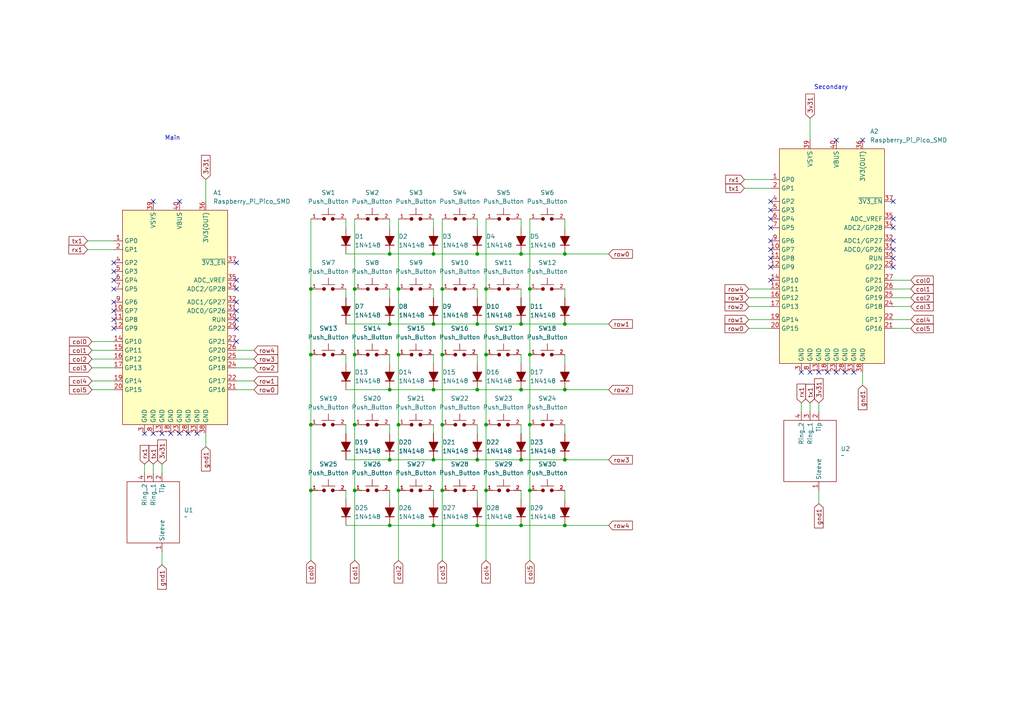
<source format=kicad_sch>
(kicad_sch (version 20250114) (generator "eeschema") (generator_version "9.0")
  (paper "A4")
  (lib_symbols
    (symbol "PCM_Diode_AKL:1N4148" (pin_numbers (hide yes)) (pin_names (offset 1.016) (hide yes))
      (property "Reference" "D" (at 0 5.08 0))
      (property "Value" "1N4148" (at 0 2.54 0))
      (symbol "1N4148_0_1"
        (polyline (pts (xy -1.27 1.27) (xy -1.27 -1.27) (xy 1.27 0) (xy -1.27 1.27)) (stroke (width 0.254)) (fill (type outline)))
        (polyline (pts (xy -1.27 0) (xy 1.27 0)))
        (polyline (pts (xy 1.27 1.27) (xy 1.27 -1.27)) (stroke (width 0.254)))
      )
      (symbol "1N4148_0_2"
        (polyline (pts (xy -2.54 -2.54) (xy 2.54 2.54)))
        (polyline (pts (xy -0.889 -0.889) (xy -1.778 0) (xy 0.889 0.889) (xy 0 -1.778) (xy -0.889 -0.889)) (stroke (width 0.254)) (fill (type outline)))
        (polyline (pts (xy 0 1.778) (xy 1.778 0)) (stroke (width 0.254)))
      )
      (symbol "1N4148_1_1"
        (pin passive line (at -3.81 0 0) (length 2.54) (name "A") (number "2"))
        (pin passive line (at 3.81 0 180) (length 2.54) (name "K") (number "1"))
      )
      (symbol "1N4148_1_2"
        (pin passive line (at -2.54 -2.54 0) (length 0) (name "A") (number "2"))
        (pin passive line (at 2.54 2.54 180) (length 0) (name "K") (number "1"))
      )
    )
    (symbol "PCM_SL_Development_Board:Raspberry_Pi_Pico_SMD"
      (property "Reference" "A" (at 12.7 34.29 0))
      (property "Value" "Raspberry_Pi_Pico_SMD" (at 21.59 31.75 0))
      (symbol "Raspberry_Pi_Pico_SMD_0_1"
        (rectangle (start -15.24 29.21) (end 15.24 -33.02) (fill (type background)))
      )
      (symbol "Raspberry_Pi_Pico_SMD_1_1"
        (pin bidirectional line (at -17.78 20.32 0) (length 2.54) (name "GP0") (number "1"))
        (pin bidirectional line (at -17.78 17.78 0) (length 2.54) (name "GP1") (number "2"))
        (pin bidirectional line (at -17.78 13.97 0) (length 2.54) (name "GP2") (number "4"))
        (pin bidirectional line (at -17.78 11.43 0) (length 2.54) (name "GP3") (number "5"))
        (pin bidirectional line (at -17.78 8.89 0) (length 2.54) (name "GP4") (number "6"))
        (pin bidirectional line (at -17.78 6.35 0) (length 2.54) (name "GP5") (number "7"))
        (pin bidirectional line (at -17.78 2.54 0) (length 2.54) (name "GP6") (number "9"))
        (pin bidirectional line (at -17.78 0 0) (length 2.54) (name "GP7") (number "10"))
        (pin bidirectional line (at -17.78 -2.54 0) (length 2.54) (name "GP8") (number "11"))
        (pin bidirectional line (at -17.78 -5.08 0) (length 2.54) (name "GP9") (number "12"))
        (pin bidirectional line (at -17.78 -8.89 0) (length 2.54) (name "GP10") (number "14"))
        (pin bidirectional line (at -17.78 -11.43 0) (length 2.54) (name "GP11") (number "15"))
        (pin bidirectional line (at -17.78 -13.97 0) (length 2.54) (name "GP12") (number "16"))
        (pin bidirectional line (at -17.78 -16.51 0) (length 2.54) (name "GP13") (number "17"))
        (pin bidirectional line (at -17.78 -20.32 0) (length 2.54) (name "GP14") (number "19"))
        (pin bidirectional line (at -17.78 -22.86 0) (length 2.54) (name "GP15") (number "20"))
        (pin power_in line (at -8.89 -35.56 90) (length 2.54) (name "GND") (number "3"))
        (pin power_in line (at -6.35 31.75 270) (length 2.54) (name "VSYS") (number "39"))
        (pin power_in line (at -6.35 -35.56 90) (length 2.54) (name "GND") (number "8"))
        (pin power_in line (at -3.81 -35.56 90) (length 2.54) (name "GND") (number "13"))
        (pin power_in line (at -1.27 -35.56 90) (length 2.54) (name "GND") (number "18"))
        (pin power_in line (at 1.27 31.75 270) (length 2.54) (name "VBUS") (number "40"))
        (pin power_in line (at 1.27 -35.56 90) (length 2.54) (name "GND") (number "23"))
        (pin power_in line (at 3.81 -35.56 90) (length 2.54) (name "GND") (number "28"))
        (pin power_in line (at 6.35 -35.56 90) (length 2.54) (name "GND") (number "33"))
        (pin power_in line (at 8.89 31.75 270) (length 2.54) (name "3V3(OUT)") (number "36"))
        (pin power_in line (at 8.89 -35.56 90) (length 2.54) (name "GND") (number "38"))
        (pin bidirectional line (at 17.78 13.97 180) (length 2.54) (name "~{3V3_EN}") (number "37"))
        (pin bidirectional line (at 17.78 8.89 180) (length 2.54) (name "ADC_VREF") (number "35"))
        (pin bidirectional line (at 17.78 6.35 180) (length 2.54) (name "ADC2/GP28") (number "34"))
        (pin bidirectional line (at 17.78 2.54 180) (length 2.54) (name "ADC1/GP27") (number "32"))
        (pin bidirectional line (at 17.78 0 180) (length 2.54) (name "ADC0/GP26") (number "31"))
        (pin bidirectional line (at 17.78 -2.54 180) (length 2.54) (name "RUN") (number "30"))
        (pin bidirectional line (at 17.78 -5.08 180) (length 2.54) (name "GP22") (number "29"))
        (pin bidirectional line (at 17.78 -8.89 180) (length 2.54) (name "GP21") (number "27"))
        (pin bidirectional line (at 17.78 -11.43 180) (length 2.54) (name "GP20") (number "26"))
        (pin bidirectional line (at 17.78 -13.97 180) (length 2.54) (name "GP19") (number "25"))
        (pin bidirectional line (at 17.78 -16.51 180) (length 2.54) (name "GP18") (number "24"))
        (pin bidirectional line (at 17.78 -20.32 180) (length 2.54) (name "GP17") (number "22"))
        (pin bidirectional line (at 17.78 -22.86 180) (length 2.54) (name "GP16") (number "21"))
      )
    )
    (symbol "PCM_SL_Devices:Push_Button"
      (property "Reference" "SW" (at 0 6.35 0))
      (property "Value" "Push_Button" (at 0 4.445 0))
      (symbol "Push_Button_0_1"
        (polyline (pts (xy -3.175 0) (xy -1.778 0)))
        (polyline (pts (xy -1.905 1.27) (xy 1.905 1.27)))
        (circle (center -1.27 0) (radius 0.4579) (fill (type outline)))
        (polyline (pts (xy 0 1.27) (xy 0 3.175)))
        (circle (center 1.27 0) (radius 0.4579) (fill (type outline)))
        (polyline (pts (xy 1.778 0) (xy 3.175 0)))
      )
      (symbol "Push_Button_1_1"
        (pin passive line (at -5.08 0 0) (length 2) (name "") (number "1"))
        (pin passive line (at 5.08 0 180) (length 2) (name "") (number "2"))
      )
    )
    (symbol "electrokit:4ucon_trrs_3.5_smd"
      (property "Reference" "U" (at 0 0 0))
      (symbol "4ucon_trrs_3.5_smd_0_1"
        (polyline (pts (xy -5.08 8.89) (xy 10.16 8.89) (xy 10.16 -8.89) (xy -5.08 -8.89) (xy -5.08 8.89)))
      )
      (symbol "4ucon_trrs_3.5_smd_1_1"
        (pin bidirectional line (at 0 11.43 270) (length 2.54) (name "Ring_2") (number "4"))
        (pin bidirectional line (at 2.54 11.43 270) (length 2.54) (name "Ring_1") (number "3"))
        (pin bidirectional line (at 5.08 11.43 270) (length 2.54) (name "Tip") (number "2"))
        (pin bidirectional line (at 5.08 -11.43 90) (length 2.54) (name "Sleeve") (number "1"))
      )
    )
  )
  (text "Main" (at 50.038 40.132 0) (effects (font (size 1.27 1.27))))
  (text "Secondary" (at 241.046 25.4 0) (effects (font (size 1.27 1.27))))
  (junction (at 153.67 83.82))
  (junction (at 102.87 123.19))
  (junction (at 90.17 142.24))
  (junction (at 140.97 142.24))
  (junction (at 151.13 73.66))
  (junction (at 90.17 102.87))
  (junction (at 90.17 123.19))
  (junction (at 151.13 152.4))
  (junction (at 125.73 73.66))
  (junction (at 138.43 93.98))
  (junction (at 128.27 83.82))
  (junction (at 151.13 133.35))
  (junction (at 153.67 102.87))
  (junction (at 151.13 113.03))
  (junction (at 102.87 102.87))
  (junction (at 138.43 152.4))
  (junction (at 151.13 93.98))
  (junction (at 125.73 133.35))
  (junction (at 113.03 93.98))
  (junction (at 138.43 113.03))
  (junction (at 102.87 142.24))
  (junction (at 140.97 123.19))
  (junction (at 163.83 152.4))
  (junction (at 115.57 123.19))
  (junction (at 102.87 83.82))
  (junction (at 138.43 73.66))
  (junction (at 138.43 133.35))
  (junction (at 113.03 152.4))
  (junction (at 115.57 142.24))
  (junction (at 115.57 83.82))
  (junction (at 163.83 73.66))
  (junction (at 113.03 73.66))
  (junction (at 113.03 133.35))
  (junction (at 125.73 152.4))
  (junction (at 125.73 93.98))
  (junction (at 113.03 113.03))
  (junction (at 140.97 83.82))
  (junction (at 163.83 113.03))
  (junction (at 163.83 93.98))
  (junction (at 163.83 133.35))
  (junction (at 128.27 142.24))
  (junction (at 140.97 102.87))
  (junction (at 128.27 102.87))
  (junction (at 90.17 83.82))
  (junction (at 153.67 142.24))
  (junction (at 125.73 113.03))
  (junction (at 115.57 102.87))
  (junction (at 153.67 123.19))
  (junction (at 128.27 123.19))
  (no_connect (at 223.52 72.39))
  (no_connect (at 52.07 125.73))
  (no_connect (at 68.58 87.63))
  (no_connect (at 68.58 92.71))
  (no_connect (at 44.45 125.73))
  (no_connect (at 57.15 125.73))
  (no_connect (at 68.58 90.17))
  (no_connect (at 46.99 125.73))
  (no_connect (at 33.02 87.63))
  (no_connect (at 52.07 58.42))
  (no_connect (at 33.02 92.71))
  (no_connect (at 68.58 76.2))
  (no_connect (at 33.02 83.82))
  (no_connect (at 33.02 78.74))
  (no_connect (at 68.58 99.06))
  (no_connect (at 237.49 107.95))
  (no_connect (at 259.08 63.5))
  (no_connect (at 247.65 107.95))
  (no_connect (at 223.52 74.93))
  (no_connect (at 41.91 125.73))
  (no_connect (at 259.08 77.47))
  (no_connect (at 44.45 58.42))
  (no_connect (at 223.52 63.5))
  (no_connect (at 223.52 58.42))
  (no_connect (at 259.08 72.39))
  (no_connect (at 49.53 125.73))
  (no_connect (at 33.02 90.17))
  (no_connect (at 259.08 66.04))
  (no_connect (at 242.57 40.64))
  (no_connect (at 54.61 125.73))
  (no_connect (at 223.52 77.47))
  (no_connect (at 250.19 40.64))
  (no_connect (at 68.58 81.28))
  (no_connect (at 232.41 107.95))
  (no_connect (at 33.02 95.25))
  (no_connect (at 259.08 69.85))
  (no_connect (at 223.52 69.85))
  (no_connect (at 234.95 107.95))
  (no_connect (at 33.02 76.2))
  (no_connect (at 223.52 60.96))
  (no_connect (at 68.58 95.25))
  (no_connect (at 259.08 74.93))
  (no_connect (at 33.02 81.28))
  (no_connect (at 242.57 107.95))
  (no_connect (at 240.03 107.95))
  (no_connect (at 68.58 83.82))
  (no_connect (at 223.52 81.28))
  (no_connect (at 245.11 107.95))
  (no_connect (at 259.08 58.42))
  (no_connect (at 223.52 66.04))
  (wire (pts (xy 217.17 83.82) (xy 223.52 83.82)))
  (wire (pts (xy 113.03 133.35) (xy 125.73 133.35)))
  (wire (pts (xy 217.17 92.71) (xy 223.52 92.71)))
  (wire (pts (xy 46.99 134.62) (xy 46.99 137.16)))
  (wire (pts (xy 26.67 113.03) (xy 33.02 113.03)))
  (wire (pts (xy 68.58 113.03) (xy 73.66 113.03)))
  (wire (pts (xy 140.97 63.5) (xy 140.97 83.82)))
  (wire (pts (xy 125.73 133.35) (xy 138.43 133.35)))
  (wire (pts (xy 163.83 73.66) (xy 176.53 73.66)))
  (wire (pts (xy 151.13 83.82) (xy 151.13 86.36)))
  (wire (pts (xy 259.08 95.25) (xy 264.16 95.25)))
  (wire (pts (xy 113.03 113.03) (xy 125.73 113.03)))
  (wire (pts (xy 163.83 152.4) (xy 176.53 152.4)))
  (wire (pts (xy 125.73 123.19) (xy 125.73 125.73)))
  (wire (pts (xy 128.27 123.19) (xy 128.27 142.24)))
  (wire (pts (xy 100.33 142.24) (xy 100.33 144.78)))
  (wire (pts (xy 115.57 63.5) (xy 115.57 83.82)))
  (wire (pts (xy 250.19 107.95) (xy 250.19 111.76)))
  (wire (pts (xy 237.49 116.84) (xy 237.49 119.38)))
  (wire (pts (xy 113.03 142.24) (xy 113.03 144.78)))
  (wire (pts (xy 259.08 83.82) (xy 264.16 83.82)))
  (wire (pts (xy 125.73 152.4) (xy 138.43 152.4)))
  (wire (pts (xy 163.83 113.03) (xy 176.53 113.03)))
  (wire (pts (xy 102.87 142.24) (xy 102.87 162.56)))
  (wire (pts (xy 234.95 34.29) (xy 234.95 40.64)))
  (wire (pts (xy 234.95 116.84) (xy 234.95 119.38)))
  (wire (pts (xy 153.67 142.24) (xy 153.67 162.56)))
  (wire (pts (xy 163.83 93.98) (xy 176.53 93.98)))
  (wire (pts (xy 163.83 102.87) (xy 163.83 105.41)))
  (wire (pts (xy 68.58 110.49) (xy 73.66 110.49)))
  (wire (pts (xy 217.17 88.9) (xy 223.52 88.9)))
  (wire (pts (xy 115.57 123.19) (xy 115.57 142.24)))
  (wire (pts (xy 140.97 102.87) (xy 140.97 123.19)))
  (wire (pts (xy 138.43 63.5) (xy 138.43 66.04)))
  (wire (pts (xy 26.67 104.14) (xy 33.02 104.14)))
  (wire (pts (xy 153.67 123.19) (xy 153.67 142.24)))
  (wire (pts (xy 232.41 116.84) (xy 232.41 119.38)))
  (wire (pts (xy 100.33 123.19) (xy 100.33 125.73)))
  (wire (pts (xy 102.87 83.82) (xy 102.87 102.87)))
  (wire (pts (xy 68.58 104.14) (xy 73.66 104.14)))
  (wire (pts (xy 215.9 54.61) (xy 223.52 54.61)))
  (wire (pts (xy 128.27 142.24) (xy 128.27 162.56)))
  (wire (pts (xy 138.43 93.98) (xy 151.13 93.98)))
  (wire (pts (xy 25.4 72.39) (xy 33.02 72.39)))
  (wire (pts (xy 138.43 73.66) (xy 151.13 73.66)))
  (wire (pts (xy 237.49 142.24) (xy 237.49 146.05)))
  (wire (pts (xy 115.57 102.87) (xy 115.57 123.19)))
  (wire (pts (xy 153.67 63.5) (xy 153.67 83.82)))
  (wire (pts (xy 59.69 125.73) (xy 59.69 129.54)))
  (wire (pts (xy 151.13 102.87) (xy 151.13 105.41)))
  (wire (pts (xy 125.73 73.66) (xy 138.43 73.66)))
  (wire (pts (xy 102.87 102.87) (xy 102.87 123.19)))
  (wire (pts (xy 125.73 142.24) (xy 125.73 144.78)))
  (wire (pts (xy 151.13 73.66) (xy 163.83 73.66)))
  (wire (pts (xy 259.08 86.36) (xy 264.16 86.36)))
  (wire (pts (xy 100.33 133.35) (xy 113.03 133.35)))
  (wire (pts (xy 90.17 123.19) (xy 90.17 142.24)))
  (wire (pts (xy 140.97 142.24) (xy 140.97 162.56)))
  (wire (pts (xy 90.17 83.82) (xy 90.17 102.87)))
  (wire (pts (xy 138.43 152.4) (xy 151.13 152.4)))
  (wire (pts (xy 113.03 102.87) (xy 113.03 105.41)))
  (wire (pts (xy 138.43 142.24) (xy 138.43 144.78)))
  (wire (pts (xy 153.67 83.82) (xy 153.67 102.87)))
  (wire (pts (xy 215.9 52.07) (xy 223.52 52.07)))
  (wire (pts (xy 128.27 63.5) (xy 128.27 83.82)))
  (wire (pts (xy 100.33 93.98) (xy 113.03 93.98)))
  (wire (pts (xy 113.03 83.82) (xy 113.03 86.36)))
  (wire (pts (xy 68.58 106.68) (xy 73.66 106.68)))
  (wire (pts (xy 90.17 142.24) (xy 90.17 162.56)))
  (wire (pts (xy 115.57 83.82) (xy 115.57 102.87)))
  (wire (pts (xy 151.13 133.35) (xy 163.83 133.35)))
  (wire (pts (xy 138.43 123.19) (xy 138.43 125.73)))
  (wire (pts (xy 128.27 83.82) (xy 128.27 102.87)))
  (wire (pts (xy 125.73 93.98) (xy 138.43 93.98)))
  (wire (pts (xy 102.87 123.19) (xy 102.87 142.24)))
  (wire (pts (xy 113.03 123.19) (xy 113.03 125.73)))
  (wire (pts (xy 90.17 63.5) (xy 90.17 83.82)))
  (wire (pts (xy 125.73 102.87) (xy 125.73 105.41)))
  (wire (pts (xy 26.67 99.06) (xy 33.02 99.06)))
  (wire (pts (xy 140.97 123.19) (xy 140.97 142.24)))
  (wire (pts (xy 90.17 102.87) (xy 90.17 123.19)))
  (wire (pts (xy 138.43 113.03) (xy 151.13 113.03)))
  (wire (pts (xy 217.17 86.36) (xy 223.52 86.36)))
  (wire (pts (xy 100.33 73.66) (xy 113.03 73.66)))
  (wire (pts (xy 151.13 93.98) (xy 163.83 93.98)))
  (wire (pts (xy 138.43 133.35) (xy 151.13 133.35)))
  (wire (pts (xy 153.67 102.87) (xy 153.67 123.19)))
  (wire (pts (xy 25.4 69.85) (xy 33.02 69.85)))
  (wire (pts (xy 125.73 63.5) (xy 125.73 66.04)))
  (wire (pts (xy 115.57 142.24) (xy 115.57 162.56)))
  (wire (pts (xy 26.67 110.49) (xy 33.02 110.49)))
  (wire (pts (xy 113.03 63.5) (xy 113.03 66.04)))
  (wire (pts (xy 113.03 93.98) (xy 125.73 93.98)))
  (wire (pts (xy 59.69 52.07) (xy 59.69 58.42)))
  (wire (pts (xy 163.83 142.24) (xy 163.83 144.78)))
  (wire (pts (xy 151.13 113.03) (xy 163.83 113.03)))
  (wire (pts (xy 26.67 101.6) (xy 33.02 101.6)))
  (wire (pts (xy 125.73 83.82) (xy 125.73 86.36)))
  (wire (pts (xy 163.83 63.5) (xy 163.83 66.04)))
  (wire (pts (xy 151.13 152.4) (xy 163.83 152.4)))
  (wire (pts (xy 138.43 83.82) (xy 138.43 86.36)))
  (wire (pts (xy 259.08 81.28) (xy 264.16 81.28)))
  (wire (pts (xy 151.13 123.19) (xy 151.13 125.73)))
  (wire (pts (xy 100.33 102.87) (xy 100.33 105.41)))
  (wire (pts (xy 128.27 102.87) (xy 128.27 123.19)))
  (wire (pts (xy 41.91 134.62) (xy 41.91 137.16)))
  (wire (pts (xy 100.33 83.82) (xy 100.33 86.36)))
  (wire (pts (xy 259.08 92.71) (xy 264.16 92.71)))
  (wire (pts (xy 68.58 101.6) (xy 73.66 101.6)))
  (wire (pts (xy 46.99 160.02) (xy 46.99 163.83)))
  (wire (pts (xy 217.17 95.25) (xy 223.52 95.25)))
  (wire (pts (xy 163.83 123.19) (xy 163.83 125.73)))
  (wire (pts (xy 102.87 63.5) (xy 102.87 83.82)))
  (wire (pts (xy 113.03 73.66) (xy 125.73 73.66)))
  (wire (pts (xy 138.43 102.87) (xy 138.43 105.41)))
  (wire (pts (xy 140.97 83.82) (xy 140.97 102.87)))
  (wire (pts (xy 100.33 113.03) (xy 113.03 113.03)))
  (wire (pts (xy 259.08 88.9) (xy 264.16 88.9)))
  (wire (pts (xy 151.13 63.5) (xy 151.13 66.04)))
  (wire (pts (xy 26.67 106.68) (xy 33.02 106.68)))
  (wire (pts (xy 100.33 63.5) (xy 100.33 66.04)))
  (wire (pts (xy 163.83 83.82) (xy 163.83 86.36)))
  (wire (pts (xy 113.03 152.4) (xy 125.73 152.4)))
  (wire (pts (xy 163.83 133.35) (xy 176.53 133.35)))
  (wire (pts (xy 100.33 152.4) (xy 113.03 152.4)))
  (wire (pts (xy 44.45 134.62) (xy 44.45 137.16)))
  (wire (pts (xy 151.13 142.24) (xy 151.13 144.78)))
  (wire (pts (xy 125.73 113.03) (xy 138.43 113.03)))
  (global_label "row4" (shape input) (at 176.53 152.4 0) (property "Intersheetrefs" "${INTERSHEET_REFS}" (effects (hide yes))))
  (global_label "3v31" (shape input) (at 234.95 34.29 90) (property "Intersheetrefs" "${INTERSHEET_REFS}" (effects (hide yes))))
  (global_label "row2" (shape input) (at 73.66 106.68 0) (property "Intersheetrefs" "${INTERSHEET_REFS}" (effects (hide yes))))
  (global_label "row1" (shape input) (at 176.53 93.98 0) (property "Intersheetrefs" "${INTERSHEET_REFS}" (effects (hide yes))))
  (global_label "col1" (shape input) (at 26.67 101.6 180) (property "Intersheetrefs" "${INTERSHEET_REFS}" (effects (hide yes))))
  (global_label "rx1" (shape input) (at 215.9 52.07 180) (property "Intersheetrefs" "${INTERSHEET_REFS}" (effects (hide yes))))
  (global_label "rx1" (shape input) (at 232.41 116.84 90) (property "Intersheetrefs" "${INTERSHEET_REFS}" (effects (hide yes))))
  (global_label "col0" (shape input) (at 90.17 162.56 270) (property "Intersheetrefs" "${INTERSHEET_REFS}" (effects (hide yes))))
  (global_label "rx1" (shape input) (at 41.91 134.62 90) (property "Intersheetrefs" "${INTERSHEET_REFS}" (effects (hide yes))))
  (global_label "row3" (shape input) (at 73.66 104.14 0) (property "Intersheetrefs" "${INTERSHEET_REFS}" (effects (hide yes))))
  (global_label "row1" (shape input) (at 73.66 110.49 0) (property "Intersheetrefs" "${INTERSHEET_REFS}" (effects (hide yes))))
  (global_label "col4" (shape input) (at 264.16 92.71 0) (property "Intersheetrefs" "${INTERSHEET_REFS}" (effects (hide yes))))
  (global_label "rx1" (shape input) (at 25.4 72.39 180) (property "Intersheetrefs" "${INTERSHEET_REFS}" (effects (hide yes))))
  (global_label "3v31" (shape input) (at 237.49 116.84 90) (property "Intersheetrefs" "${INTERSHEET_REFS}" (effects (hide yes))))
  (global_label "col3" (shape input) (at 264.16 88.9 0) (property "Intersheetrefs" "${INTERSHEET_REFS}" (effects (hide yes))))
  (global_label "gnd1" (shape input) (at 46.99 163.83 270) (property "Intersheetrefs" "${INTERSHEET_REFS}" (effects (hide yes))))
  (global_label "tx1" (shape input) (at 234.95 116.84 90) (property "Intersheetrefs" "${INTERSHEET_REFS}" (effects (hide yes))))
  (global_label "row0" (shape input) (at 176.53 73.66 0) (property "Intersheetrefs" "${INTERSHEET_REFS}" (effects (hide yes))))
  (global_label "row3" (shape input) (at 176.53 133.35 0) (property "Intersheetrefs" "${INTERSHEET_REFS}" (effects (hide yes))))
  (global_label "tx1" (shape input) (at 215.9 54.61 180) (property "Intersheetrefs" "${INTERSHEET_REFS}" (effects (hide yes))))
  (global_label "row4" (shape input) (at 73.66 101.6 0) (property "Intersheetrefs" "${INTERSHEET_REFS}" (effects (hide yes))))
  (global_label "col2" (shape input) (at 26.67 104.14 180) (property "Intersheetrefs" "${INTERSHEET_REFS}" (effects (hide yes))))
  (global_label "col3" (shape input) (at 26.67 106.68 180) (property "Intersheetrefs" "${INTERSHEET_REFS}" (effects (hide yes))))
  (global_label "row0" (shape input) (at 217.17 95.25 180) (property "Intersheetrefs" "${INTERSHEET_REFS}" (effects (hide yes))))
  (global_label "col0" (shape input) (at 26.67 99.06 180) (property "Intersheetrefs" "${INTERSHEET_REFS}" (effects (hide yes))))
  (global_label "3v31" (shape input) (at 46.99 134.62 90) (property "Intersheetrefs" "${INTERSHEET_REFS}" (effects (hide yes))))
  (global_label "tx1" (shape input) (at 44.45 134.62 90) (property "Intersheetrefs" "${INTERSHEET_REFS}" (effects (hide yes))))
  (global_label "col3" (shape input) (at 128.27 162.56 270) (property "Intersheetrefs" "${INTERSHEET_REFS}" (effects (hide yes))))
  (global_label "col1" (shape input) (at 264.16 83.82 0) (property "Intersheetrefs" "${INTERSHEET_REFS}" (effects (hide yes))))
  (global_label "row2" (shape input) (at 176.53 113.03 0) (property "Intersheetrefs" "${INTERSHEET_REFS}" (effects (hide yes))))
  (global_label "col1" (shape input) (at 102.87 162.56 270) (property "Intersheetrefs" "${INTERSHEET_REFS}" (effects (hide yes))))
  (global_label "col2" (shape input) (at 264.16 86.36 0) (property "Intersheetrefs" "${INTERSHEET_REFS}" (effects (hide yes))))
  (global_label "row2" (shape input) (at 217.17 88.9 180) (property "Intersheetrefs" "${INTERSHEET_REFS}" (effects (hide yes))))
  (global_label "3v31" (shape input) (at 59.69 52.07 90) (property "Intersheetrefs" "${INTERSHEET_REFS}" (effects (hide yes))))
  (global_label "col5" (shape input) (at 26.67 113.03 180) (property "Intersheetrefs" "${INTERSHEET_REFS}" (effects (hide yes))))
  (global_label "col2" (shape input) (at 115.57 162.56 270) (property "Intersheetrefs" "${INTERSHEET_REFS}" (effects (hide yes))))
  (global_label "col5" (shape input) (at 264.16 95.25 0) (property "Intersheetrefs" "${INTERSHEET_REFS}" (effects (hide yes))))
  (global_label "gnd1" (shape input) (at 59.69 129.54 270) (property "Intersheetrefs" "${INTERSHEET_REFS}" (effects (hide yes))))
  (global_label "row1" (shape input) (at 217.17 92.71 180) (property "Intersheetrefs" "${INTERSHEET_REFS}" (effects (hide yes))))
  (global_label "tx1" (shape input) (at 25.4 69.85 180) (property "Intersheetrefs" "${INTERSHEET_REFS}" (effects (hide yes))))
  (global_label "col4" (shape input) (at 140.97 162.56 270) (property "Intersheetrefs" "${INTERSHEET_REFS}" (effects (hide yes))))
  (global_label "gnd1" (shape input) (at 250.19 111.76 270) (property "Intersheetrefs" "${INTERSHEET_REFS}" (effects (hide yes))))
  (global_label "col0" (shape input) (at 264.16 81.28 0) (property "Intersheetrefs" "${INTERSHEET_REFS}" (effects (hide yes))))
  (global_label "gnd1" (shape input) (at 237.49 146.05 270) (property "Intersheetrefs" "${INTERSHEET_REFS}" (effects (hide yes))))
  (global_label "row3" (shape input) (at 217.17 86.36 180) (property "Intersheetrefs" "${INTERSHEET_REFS}" (effects (hide yes))))
  (global_label "col4" (shape input) (at 26.67 110.49 180) (property "Intersheetrefs" "${INTERSHEET_REFS}" (effects (hide yes))))
  (global_label "col5" (shape input) (at 153.67 162.56 270) (property "Intersheetrefs" "${INTERSHEET_REFS}" (effects (hide yes))))
  (global_label "row4" (shape input) (at 217.17 83.82 180) (property "Intersheetrefs" "${INTERSHEET_REFS}" (effects (hide yes))))
  (global_label "row0" (shape input) (at 73.66 113.03 0) (property "Intersheetrefs" "${INTERSHEET_REFS}" (effects (hide yes))))
  (symbol (lib_id "electrokit:4ucon_trrs_3.5_smd") (at 41.91 148.59 0) (unit 1)
    (property "Reference" "U1" (at 53.34 147.9549 0) (effects (justify left)))
    (property "Value" "~" (at 53.34 149.86 0) (effects (justify left)))
    (property "Footprint" "electrokit:4ucon trrs 3.5 smd" (effects (hide yes)))
  )
  (symbol (lib_id "PCM_Diode_AKL:1N4148") (at 125.73 90.17 270) (unit 1)
    (property "Reference" "D9" (at 128.27 88.8999 90) (effects (justify left)))
    (property "Value" "1N4148" (at 128.27 91.4399 90) (effects (justify left)))
    (property "Footprint" "PCM_Diode_THT_AKL:D_DO-35_SOD27_P7.62mm_Horizontal" (effects (hide yes)))
    (property "Datasheet" "https://datasheet.octopart.com/1N4148TR-ON-Semiconductor-datasheet-42765246.pdf" (effects (hide yes)))
    (property "Description" "DO-35 Diode, Small Signal, Fast Switching, 75V, 150mA, 4ns, Alternate KiCad Library" (effects (hide yes)))
  )
  (symbol (lib_id "PCM_SL_Devices:Push_Button") (at 158.75 102.87 0) (unit 1)
    (property "Reference" "SW18" (at 158.75 95.25 0))
    (property "Value" "Push_Button" (at 158.75 97.79 0))
    (property "Footprint" "PCM_Switch_Keyboard_Kailh:SW_Kailh_Choc_V2_1.00u_double-sided" (effects (hide yes)))
    (property "Description" "Common 6mmx6mm Push Button" (effects (hide yes)))
  )
  (symbol (lib_id "PCM_Diode_AKL:1N4148") (at 151.13 90.17 270) (unit 1)
    (property "Reference" "D11" (at 153.67 88.8999 90) (effects (justify left)))
    (property "Value" "1N4148" (at 153.67 91.4399 90) (effects (justify left)))
    (property "Footprint" "PCM_Diode_THT_AKL:D_DO-35_SOD27_P7.62mm_Horizontal" (effects (hide yes)))
    (property "Datasheet" "https://datasheet.octopart.com/1N4148TR-ON-Semiconductor-datasheet-42765246.pdf" (effects (hide yes)))
    (property "Description" "DO-35 Diode, Small Signal, Fast Switching, 75V, 150mA, 4ns, Alternate KiCad Library" (effects (hide yes)))
  )
  (symbol (lib_id "PCM_Diode_AKL:1N4148") (at 163.83 148.59 270) (unit 1)
    (property "Reference" "D30" (effects (hide yes)))
    (property "Value" "1N4148" (effects (hide yes)))
    (property "Footprint" "PCM_Diode_THT_AKL:D_DO-35_SOD27_P7.62mm_Horizontal" (effects (hide yes)))
    (property "Datasheet" "https://datasheet.octopart.com/1N4148TR-ON-Semiconductor-datasheet-42765246.pdf" (effects (hide yes)))
    (property "Description" "DO-35 Diode, Small Signal, Fast Switching, 75V, 150mA, 4ns, Alternate KiCad Library" (effects (hide yes)))
  )
  (symbol (lib_id "PCM_SL_Devices:Push_Button") (at 120.65 83.82 0) (unit 1)
    (property "Reference" "SW9" (at 120.65 76.2 0))
    (property "Value" "Push_Button" (at 120.65 78.74 0))
    (property "Footprint" "PCM_Switch_Keyboard_Kailh:SW_Kailh_Choc_V2_1.00u_double-sided" (effects (hide yes)))
    (property "Description" "Common 6mmx6mm Push Button" (effects (hide yes)))
  )
  (symbol (lib_id "PCM_Diode_AKL:1N4148") (at 113.03 109.22 270) (unit 1)
    (property "Reference" "D14" (at 115.57 107.9499 90) (effects (justify left)))
    (property "Value" "1N4148" (at 115.57 110.4899 90) (effects (justify left)))
    (property "Footprint" "PCM_Diode_THT_AKL:D_DO-35_SOD27_P7.62mm_Horizontal" (effects (hide yes)))
    (property "Datasheet" "https://datasheet.octopart.com/1N4148TR-ON-Semiconductor-datasheet-42765246.pdf" (effects (hide yes)))
    (property "Description" "DO-35 Diode, Small Signal, Fast Switching, 75V, 150mA, 4ns, Alternate KiCad Library" (effects (hide yes)))
  )
  (symbol (lib_id "PCM_SL_Devices:Push_Button") (at 133.35 83.82 0) (unit 1)
    (property "Reference" "SW10" (at 133.35 76.2 0))
    (property "Value" "Push_Button" (at 133.35 78.74 0))
    (property "Footprint" "PCM_Switch_Keyboard_Kailh:SW_Kailh_Choc_V2_1.00u_double-sided" (effects (hide yes)))
    (property "Description" "Common 6mmx6mm Push Button" (effects (hide yes)))
  )
  (symbol (lib_id "PCM_Diode_AKL:1N4148") (at 151.13 129.54 270) (unit 1)
    (property "Reference" "D23" (at 153.67 128.2699 90) (effects (justify left)))
    (property "Value" "1N4148" (at 153.67 130.8099 90) (effects (justify left)))
    (property "Footprint" "PCM_Diode_THT_AKL:D_DO-35_SOD27_P7.62mm_Horizontal" (effects (hide yes)))
    (property "Datasheet" "https://datasheet.octopart.com/1N4148TR-ON-Semiconductor-datasheet-42765246.pdf" (effects (hide yes)))
    (property "Description" "DO-35 Diode, Small Signal, Fast Switching, 75V, 150mA, 4ns, Alternate KiCad Library" (effects (hide yes)))
  )
  (symbol (lib_id "PCM_Diode_AKL:1N4148") (at 138.43 109.22 270) (unit 1)
    (property "Reference" "D16" (at 140.97 107.9499 90) (effects (justify left)))
    (property "Value" "1N4148" (at 140.97 110.4899 90) (effects (justify left)))
    (property "Footprint" "PCM_Diode_THT_AKL:D_DO-35_SOD27_P7.62mm_Horizontal" (effects (hide yes)))
    (property "Datasheet" "https://datasheet.octopart.com/1N4148TR-ON-Semiconductor-datasheet-42765246.pdf" (effects (hide yes)))
    (property "Description" "DO-35 Diode, Small Signal, Fast Switching, 75V, 150mA, 4ns, Alternate KiCad Library" (effects (hide yes)))
  )
  (symbol (lib_id "PCM_Diode_AKL:1N4148") (at 100.33 69.85 270) (unit 1)
    (property "Reference" "D1" (at 102.87 68.5799 90) (effects (justify left)))
    (property "Value" "1N4148" (at 102.87 71.1199 90) (effects (justify left)))
    (property "Footprint" "PCM_Diode_THT_AKL:D_DO-35_SOD27_P7.62mm_Horizontal" (effects (hide yes)))
    (property "Datasheet" "https://datasheet.octopart.com/1N4148TR-ON-Semiconductor-datasheet-42765246.pdf" (effects (hide yes)))
    (property "Description" "DO-35 Diode, Small Signal, Fast Switching, 75V, 150mA, 4ns, Alternate KiCad Library" (effects (hide yes)))
  )
  (symbol (lib_id "PCM_SL_Devices:Push_Button") (at 133.35 123.19 0) (unit 1)
    (property "Reference" "SW22" (at 133.35 115.57 0))
    (property "Value" "Push_Button" (at 133.35 118.11 0))
    (property "Footprint" "PCM_Switch_Keyboard_Kailh:SW_Kailh_Choc_V2_1.00u_double-sided" (effects (hide yes)))
    (property "Description" "Common 6mmx6mm Push Button" (effects (hide yes)))
  )
  (symbol (lib_id "PCM_Diode_AKL:1N4148") (at 100.33 90.17 270) (unit 1)
    (property "Reference" "D7" (at 102.87 88.8999 90) (effects (justify left)))
    (property "Value" "1N4148" (at 102.87 91.4399 90) (effects (justify left)))
    (property "Footprint" "PCM_Diode_THT_AKL:D_DO-35_SOD27_P7.62mm_Horizontal" (effects (hide yes)))
    (property "Datasheet" "https://datasheet.octopart.com/1N4148TR-ON-Semiconductor-datasheet-42765246.pdf" (effects (hide yes)))
    (property "Description" "DO-35 Diode, Small Signal, Fast Switching, 75V, 150mA, 4ns, Alternate KiCad Library" (effects (hide yes)))
  )
  (symbol (lib_id "PCM_Diode_AKL:1N4148") (at 125.73 109.22 270) (unit 1)
    (property "Reference" "D15" (at 128.27 107.9499 90) (effects (justify left)))
    (property "Value" "1N4148" (at 128.27 110.4899 90) (effects (justify left)))
    (property "Footprint" "PCM_Diode_THT_AKL:D_DO-35_SOD27_P7.62mm_Horizontal" (effects (hide yes)))
    (property "Datasheet" "https://datasheet.octopart.com/1N4148TR-ON-Semiconductor-datasheet-42765246.pdf" (effects (hide yes)))
    (property "Description" "DO-35 Diode, Small Signal, Fast Switching, 75V, 150mA, 4ns, Alternate KiCad Library" (effects (hide yes)))
  )
  (symbol (lib_id "PCM_Diode_AKL:1N4148") (at 113.03 129.54 270) (unit 1)
    (property "Reference" "D20" (at 115.57 128.2699 90) (effects (justify left)))
    (property "Value" "1N4148" (at 115.57 130.8099 90) (effects (justify left)))
    (property "Footprint" "PCM_Diode_THT_AKL:D_DO-35_SOD27_P7.62mm_Horizontal" (effects (hide yes)))
    (property "Datasheet" "https://datasheet.octopart.com/1N4148TR-ON-Semiconductor-datasheet-42765246.pdf" (effects (hide yes)))
    (property "Description" "DO-35 Diode, Small Signal, Fast Switching, 75V, 150mA, 4ns, Alternate KiCad Library" (effects (hide yes)))
  )
  (symbol (lib_id "PCM_SL_Devices:Push_Button") (at 146.05 83.82 0) (unit 1)
    (property "Reference" "SW11" (at 146.05 76.2 0))
    (property "Value" "Push_Button" (at 146.05 78.74 0))
    (property "Footprint" "PCM_Switch_Keyboard_Kailh:SW_Kailh_Choc_V2_1.00u_double-sided" (effects (hide yes)))
    (property "Description" "Common 6mmx6mm Push Button" (effects (hide yes)))
  )
  (symbol (lib_id "PCM_Diode_AKL:1N4148") (at 151.13 69.85 270) (unit 1)
    (property "Reference" "D5" (at 153.67 68.5799 90) (effects (justify left)))
    (property "Value" "1N4148" (at 153.67 71.1199 90) (effects (justify left)))
    (property "Footprint" "PCM_Diode_THT_AKL:D_DO-35_SOD27_P7.62mm_Horizontal" (effects (hide yes)))
    (property "Datasheet" "https://datasheet.octopart.com/1N4148TR-ON-Semiconductor-datasheet-42765246.pdf" (effects (hide yes)))
    (property "Description" "DO-35 Diode, Small Signal, Fast Switching, 75V, 150mA, 4ns, Alternate KiCad Library" (effects (hide yes)))
  )
  (symbol (lib_id "PCM_Diode_AKL:1N4148") (at 138.43 148.59 270) (unit 1)
    (property "Reference" "D28" (at 140.97 147.3199 90) (effects (justify left)))
    (property "Value" "1N4148" (at 140.97 149.8599 90) (effects (justify left)))
    (property "Footprint" "PCM_Diode_THT_AKL:D_DO-35_SOD27_P7.62mm_Horizontal" (effects (hide yes)))
    (property "Datasheet" "https://datasheet.octopart.com/1N4148TR-ON-Semiconductor-datasheet-42765246.pdf" (effects (hide yes)))
    (property "Description" "DO-35 Diode, Small Signal, Fast Switching, 75V, 150mA, 4ns, Alternate KiCad Library" (effects (hide yes)))
  )
  (symbol (lib_id "PCM_Diode_AKL:1N4148") (at 151.13 109.22 270) (unit 1)
    (property "Reference" "D17" (at 153.67 107.9499 90) (effects (justify left)))
    (property "Value" "1N4148" (at 153.67 110.4899 90) (effects (justify left)))
    (property "Footprint" "PCM_Diode_THT_AKL:D_DO-35_SOD27_P7.62mm_Horizontal" (effects (hide yes)))
    (property "Datasheet" "https://datasheet.octopart.com/1N4148TR-ON-Semiconductor-datasheet-42765246.pdf" (effects (hide yes)))
    (property "Description" "DO-35 Diode, Small Signal, Fast Switching, 75V, 150mA, 4ns, Alternate KiCad Library" (effects (hide yes)))
  )
  (symbol (lib_id "PCM_SL_Devices:Push_Button") (at 95.25 102.87 0) (unit 1)
    (property "Reference" "SW13" (at 95.25 95.25 0))
    (property "Value" "Push_Button" (at 95.25 97.79 0))
    (property "Footprint" "PCM_Switch_Keyboard_Kailh:SW_Kailh_Choc_V2_1.00u_double-sided" (effects (hide yes)))
    (property "Description" "Common 6mmx6mm Push Button" (effects (hide yes)))
  )
  (symbol (lib_id "electrokit:4ucon_trrs_3.5_smd") (at 232.41 130.81 0) (unit 1)
    (property "Reference" "U2" (at 243.84 130.1749 0) (effects (justify left)))
    (property "Value" "~" (at 243.84 132.08 0) (effects (justify left)))
    (property "Footprint" "electrokit:4ucon trrs 3.5 smd back" (effects (hide yes)))
  )
  (symbol (lib_id "PCM_Diode_AKL:1N4148") (at 138.43 129.54 270) (unit 1)
    (property "Reference" "D22" (at 140.97 128.2699 90) (effects (justify left)))
    (property "Value" "1N4148" (at 140.97 130.8099 90) (effects (justify left)))
    (property "Footprint" "PCM_Diode_THT_AKL:D_DO-35_SOD27_P7.62mm_Horizontal" (effects (hide yes)))
    (property "Datasheet" "https://datasheet.octopart.com/1N4148TR-ON-Semiconductor-datasheet-42765246.pdf" (effects (hide yes)))
    (property "Description" "DO-35 Diode, Small Signal, Fast Switching, 75V, 150mA, 4ns, Alternate KiCad Library" (effects (hide yes)))
  )
  (symbol (lib_id "PCM_SL_Devices:Push_Button") (at 95.25 123.19 0) (unit 1)
    (property "Reference" "SW19" (at 95.25 115.57 0))
    (property "Value" "Push_Button" (at 95.25 118.11 0))
    (property "Footprint" "PCM_Switch_Keyboard_Kailh:SW_Kailh_Choc_V2_1.00u_double-sided" (effects (hide yes)))
    (property "Description" "Common 6mmx6mm Push Button" (effects (hide yes)))
  )
  (symbol (lib_id "PCM_Diode_AKL:1N4148") (at 113.03 69.85 270) (unit 1)
    (property "Reference" "D2" (at 115.57 68.5799 90) (effects (justify left)))
    (property "Value" "1N4148" (at 115.57 71.1199 90) (effects (justify left)))
    (property "Footprint" "PCM_Diode_THT_AKL:D_DO-35_SOD27_P7.62mm_Horizontal" (effects (hide yes)))
    (property "Datasheet" "https://datasheet.octopart.com/1N4148TR-ON-Semiconductor-datasheet-42765246.pdf" (effects (hide yes)))
    (property "Description" "DO-35 Diode, Small Signal, Fast Switching, 75V, 150mA, 4ns, Alternate KiCad Library" (effects (hide yes)))
  )
  (symbol (lib_id "PCM_SL_Devices:Push_Button") (at 120.65 142.24 0) (unit 1)
    (property "Reference" "SW27" (at 120.65 134.62 0))
    (property "Value" "Push_Button" (at 120.65 137.16 0))
    (property "Footprint" "PCM_Switch_Keyboard_Kailh:SW_Kailh_Choc_V2_1.00u_double-sided" (effects (hide yes)))
    (property "Description" "Common 6mmx6mm Push Button" (effects (hide yes)))
  )
  (symbol (lib_id "PCM_SL_Devices:Push_Button") (at 133.35 63.5 0) (unit 1)
    (property "Reference" "SW4" (at 133.35 55.88 0))
    (property "Value" "Push_Button" (at 133.35 58.42 0))
    (property "Footprint" "PCM_Switch_Keyboard_Kailh:SW_Kailh_Choc_V2_1.00u_double-sided" (effects (hide yes)))
    (property "Description" "Common 6mmx6mm Push Button" (effects (hide yes)))
  )
  (symbol (lib_id "PCM_SL_Development_Board:Raspberry_Pi_Pico_SMD") (at 50.8 90.17 0) (unit 1)
    (property "Reference" "A1" (at 61.8333 55.88 0) (effects (justify left)))
    (property "Value" "Raspberry_Pi_Pico_SMD" (at 61.8333 58.42 0) (effects (justify left)))
    (property "Footprint" "PCM_SL_Development_Boards:raspberry_pi_pico_SMD" (effects (hide yes)))
    (property "Description" "Development Board with RP2040 MCU" (effects (hide yes)))
  )
  (symbol (lib_id "PCM_SL_Devices:Push_Button") (at 107.95 63.5 0) (unit 1)
    (property "Reference" "SW2" (at 107.95 55.88 0))
    (property "Value" "Push_Button" (at 107.95 58.42 0))
    (property "Footprint" "PCM_Switch_Keyboard_Kailh:SW_Kailh_Choc_V2_1.00u_double-sided" (effects (hide yes)))
    (property "Description" "Common 6mmx6mm Push Button" (effects (hide yes)))
  )
  (symbol (lib_id "PCM_SL_Devices:Push_Button") (at 146.05 123.19 0) (unit 1)
    (property "Reference" "SW23" (at 146.05 115.57 0))
    (property "Value" "Push_Button" (at 146.05 118.11 0))
    (property "Footprint" "PCM_Switch_Keyboard_Kailh:SW_Kailh_Choc_V2_1.00u_double-sided" (effects (hide yes)))
    (property "Description" "Common 6mmx6mm Push Button" (effects (hide yes)))
  )
  (symbol (lib_id "PCM_Diode_AKL:1N4148") (at 125.73 69.85 270) (unit 1)
    (property "Reference" "D3" (at 128.27 68.5799 90) (effects (justify left)))
    (property "Value" "1N4148" (at 128.27 71.1199 90) (effects (justify left)))
    (property "Footprint" "PCM_Diode_THT_AKL:D_DO-35_SOD27_P7.62mm_Horizontal" (effects (hide yes)))
    (property "Datasheet" "https://datasheet.octopart.com/1N4148TR-ON-Semiconductor-datasheet-42765246.pdf" (effects (hide yes)))
    (property "Description" "DO-35 Diode, Small Signal, Fast Switching, 75V, 150mA, 4ns, Alternate KiCad Library" (effects (hide yes)))
  )
  (symbol (lib_id "PCM_Diode_AKL:1N4148") (at 100.33 109.22 270) (unit 1)
    (property "Reference" "D13" (at 102.87 107.9499 90) (effects (justify left)))
    (property "Value" "1N4148" (at 102.87 110.4899 90) (effects (justify left)))
    (property "Footprint" "PCM_Diode_THT_AKL:D_DO-35_SOD27_P7.62mm_Horizontal" (effects (hide yes)))
    (property "Datasheet" "https://datasheet.octopart.com/1N4148TR-ON-Semiconductor-datasheet-42765246.pdf" (effects (hide yes)))
    (property "Description" "DO-35 Diode, Small Signal, Fast Switching, 75V, 150mA, 4ns, Alternate KiCad Library" (effects (hide yes)))
  )
  (symbol (lib_id "PCM_SL_Devices:Push_Button") (at 146.05 142.24 0) (unit 1)
    (property "Reference" "SW29" (at 146.05 134.62 0))
    (property "Value" "Push_Button" (at 146.05 137.16 0))
    (property "Footprint" "PCM_Switch_Keyboard_Kailh:SW_Kailh_Choc_V2_1.00u_double-sided" (effects (hide yes)))
    (property "Description" "Common 6mmx6mm Push Button" (effects (hide yes)))
  )
  (symbol (lib_id "PCM_Diode_AKL:1N4148") (at 100.33 148.59 270) (unit 1)
    (property "Reference" "D25" (at 102.87 147.3199 90) (effects (justify left)))
    (property "Value" "1N4148" (at 102.87 149.8599 90) (effects (justify left)))
    (property "Footprint" "PCM_Diode_THT_AKL:D_DO-35_SOD27_P7.62mm_Horizontal" (effects (hide yes)))
    (property "Datasheet" "https://datasheet.octopart.com/1N4148TR-ON-Semiconductor-datasheet-42765246.pdf" (effects (hide yes)))
    (property "Description" "DO-35 Diode, Small Signal, Fast Switching, 75V, 150mA, 4ns, Alternate KiCad Library" (effects (hide yes)))
  )
  (symbol (lib_id "PCM_Diode_AKL:1N4148") (at 138.43 90.17 270) (unit 1)
    (property "Reference" "D10" (at 140.97 88.8999 90) (effects (justify left)))
    (property "Value" "1N4148" (at 140.97 91.4399 90) (effects (justify left)))
    (property "Footprint" "PCM_Diode_THT_AKL:D_DO-35_SOD27_P7.62mm_Horizontal" (effects (hide yes)))
    (property "Datasheet" "https://datasheet.octopart.com/1N4148TR-ON-Semiconductor-datasheet-42765246.pdf" (effects (hide yes)))
    (property "Description" "DO-35 Diode, Small Signal, Fast Switching, 75V, 150mA, 4ns, Alternate KiCad Library" (effects (hide yes)))
  )
  (symbol (lib_id "PCM_SL_Devices:Push_Button") (at 107.95 102.87 0) (unit 1)
    (property "Reference" "SW14" (at 107.95 95.25 0))
    (property "Value" "Push_Button" (at 107.95 97.79 0))
    (property "Footprint" "PCM_Switch_Keyboard_Kailh:SW_Kailh_Choc_V2_1.00u_double-sided" (effects (hide yes)))
    (property "Description" "Common 6mmx6mm Push Button" (effects (hide yes)))
  )
  (symbol (lib_id "PCM_SL_Devices:Push_Button") (at 158.75 63.5 0) (unit 1)
    (property "Reference" "SW6" (at 158.75 55.88 0))
    (property "Value" "Push_Button" (at 158.75 58.42 0))
    (property "Footprint" "PCM_Switch_Keyboard_Kailh:SW_Kailh_Choc_V2_1.00u_double-sided" (effects (hide yes)))
    (property "Description" "Common 6mmx6mm Push Button" (effects (hide yes)))
  )
  (symbol (lib_id "PCM_SL_Devices:Push_Button") (at 146.05 63.5 0) (unit 1)
    (property "Reference" "SW5" (at 146.05 55.88 0))
    (property "Value" "Push_Button" (at 146.05 58.42 0))
    (property "Footprint" "PCM_Switch_Keyboard_Kailh:SW_Kailh_Choc_V2_1.00u_double-sided" (effects (hide yes)))
    (property "Description" "Common 6mmx6mm Push Button" (effects (hide yes)))
  )
  (symbol (lib_id "PCM_SL_Devices:Push_Button") (at 133.35 102.87 0) (unit 1)
    (property "Reference" "SW16" (at 133.35 95.25 0))
    (property "Value" "Push_Button" (at 133.35 97.79 0))
    (property "Footprint" "PCM_Switch_Keyboard_Kailh:SW_Kailh_Choc_V2_1.00u_double-sided" (effects (hide yes)))
    (property "Description" "Common 6mmx6mm Push Button" (effects (hide yes)))
  )
  (symbol (lib_id "PCM_SL_Devices:Push_Button") (at 120.65 63.5 0) (unit 1)
    (property "Reference" "SW3" (at 120.65 55.88 0))
    (property "Value" "Push_Button" (at 120.65 58.42 0))
    (property "Footprint" "PCM_Switch_Keyboard_Kailh:SW_Kailh_Choc_V2_1.00u_double-sided" (effects (hide yes)))
    (property "Description" "Common 6mmx6mm Push Button" (effects (hide yes)))
  )
  (symbol (lib_id "PCM_SL_Devices:Push_Button") (at 107.95 123.19 0) (unit 1)
    (property "Reference" "SW20" (at 107.95 115.57 0))
    (property "Value" "Push_Button" (at 107.95 118.11 0))
    (property "Footprint" "PCM_Switch_Keyboard_Kailh:SW_Kailh_Choc_V2_1.00u_double-sided" (effects (hide yes)))
    (property "Description" "Common 6mmx6mm Push Button" (effects (hide yes)))
  )
  (symbol (lib_id "PCM_Diode_AKL:1N4148") (at 113.03 90.17 270) (unit 1)
    (property "Reference" "D8" (at 115.57 88.8999 90) (effects (justify left)))
    (property "Value" "1N4148" (at 115.57 91.4399 90) (effects (justify left)))
    (property "Footprint" "PCM_Diode_THT_AKL:D_DO-35_SOD27_P7.62mm_Horizontal" (effects (hide yes)))
    (property "Datasheet" "https://datasheet.octopart.com/1N4148TR-ON-Semiconductor-datasheet-42765246.pdf" (effects (hide yes)))
    (property "Description" "DO-35 Diode, Small Signal, Fast Switching, 75V, 150mA, 4ns, Alternate KiCad Library" (effects (hide yes)))
  )
  (symbol (lib_id "PCM_SL_Development_Board:Raspberry_Pi_Pico_SMD") (at 241.3 72.39 0) (unit 1)
    (property "Reference" "A2" (at 252.3333 38.1 0) (effects (justify left)))
    (property "Value" "Raspberry_Pi_Pico_SMD" (at 252.3333 40.64 0) (effects (justify left)))
    (property "Footprint" "PCM_SL_Development_Boards:raspberry_pi_pico_SMD_Reversed" (effects (hide yes)))
    (property "Description" "Development Board with RP2040 MCU" (effects (hide yes)))
  )
  (symbol (lib_id "PCM_SL_Devices:Push_Button") (at 158.75 142.24 0) (unit 1)
    (property "Reference" "SW30" (at 158.75 134.62 0))
    (property "Value" "Push_Button" (at 158.75 137.16 0))
    (property "Footprint" "PCM_Switch_Keyboard_Kailh:SW_Kailh_Choc_V2_1.00u_double-sided" (effects (hide yes)))
    (property "Description" "Common 6mmx6mm Push Button" (effects (hide yes)))
  )
  (symbol (lib_id "PCM_Diode_AKL:1N4148") (at 125.73 129.54 270) (unit 1)
    (property "Reference" "D21" (at 128.27 128.2699 90) (effects (justify left)))
    (property "Value" "1N4148" (at 128.27 130.8099 90) (effects (justify left)))
    (property "Footprint" "PCM_Diode_THT_AKL:D_DO-35_SOD27_P7.62mm_Horizontal" (effects (hide yes)))
    (property "Datasheet" "https://datasheet.octopart.com/1N4148TR-ON-Semiconductor-datasheet-42765246.pdf" (effects (hide yes)))
    (property "Description" "DO-35 Diode, Small Signal, Fast Switching, 75V, 150mA, 4ns, Alternate KiCad Library" (effects (hide yes)))
  )
  (symbol (lib_id "PCM_SL_Devices:Push_Button") (at 107.95 83.82 0) (unit 1)
    (property "Reference" "SW8" (at 107.95 76.2 0))
    (property "Value" "Push_Button" (at 107.95 78.74 0))
    (property "Footprint" "PCM_Switch_Keyboard_Kailh:SW_Kailh_Choc_V2_1.00u_double-sided" (effects (hide yes)))
    (property "Description" "Common 6mmx6mm Push Button" (effects (hide yes)))
  )
  (symbol (lib_id "PCM_Diode_AKL:1N4148") (at 125.73 148.59 270) (unit 1)
    (property "Reference" "D27" (at 128.27 147.3199 90) (effects (justify left)))
    (property "Value" "1N4148" (at 128.27 149.8599 90) (effects (justify left)))
    (property "Footprint" "PCM_Diode_THT_AKL:D_DO-35_SOD27_P7.62mm_Horizontal" (effects (hide yes)))
    (property "Datasheet" "https://datasheet.octopart.com/1N4148TR-ON-Semiconductor-datasheet-42765246.pdf" (effects (hide yes)))
    (property "Description" "DO-35 Diode, Small Signal, Fast Switching, 75V, 150mA, 4ns, Alternate KiCad Library" (effects (hide yes)))
  )
  (symbol (lib_id "PCM_Diode_AKL:1N4148") (at 100.33 129.54 270) (unit 1)
    (property "Reference" "D19" (at 102.87 128.2699 90) (effects (justify left)))
    (property "Value" "1N4148" (at 102.87 130.8099 90) (effects (justify left)))
    (property "Footprint" "PCM_Diode_THT_AKL:D_DO-35_SOD27_P7.62mm_Horizontal" (effects (hide yes)))
    (property "Datasheet" "https://datasheet.octopart.com/1N4148TR-ON-Semiconductor-datasheet-42765246.pdf" (effects (hide yes)))
    (property "Description" "DO-35 Diode, Small Signal, Fast Switching, 75V, 150mA, 4ns, Alternate KiCad Library" (effects (hide yes)))
  )
  (symbol (lib_id "PCM_SL_Devices:Push_Button") (at 146.05 102.87 0) (unit 1)
    (property "Reference" "SW17" (at 146.05 95.25 0))
    (property "Value" "Push_Button" (at 146.05 97.79 0))
    (property "Footprint" "PCM_Switch_Keyboard_Kailh:SW_Kailh_Choc_V2_1.00u_double-sided" (effects (hide yes)))
    (property "Description" "Common 6mmx6mm Push Button" (effects (hide yes)))
  )
  (symbol (lib_id "PCM_SL_Devices:Push_Button") (at 107.95 142.24 0) (unit 1)
    (property "Reference" "SW26" (at 107.95 134.62 0))
    (property "Value" "Push_Button" (at 107.95 137.16 0))
    (property "Footprint" "PCM_Switch_Keyboard_Kailh:SW_Kailh_Choc_V2_1.00u_double-sided" (effects (hide yes)))
    (property "Description" "Common 6mmx6mm Push Button" (effects (hide yes)))
  )
  (symbol (lib_id "PCM_Diode_AKL:1N4148") (at 151.13 148.59 270) (unit 1)
    (property "Reference" "D29" (at 153.67 147.3199 90) (effects (justify left)))
    (property "Value" "1N4148" (at 153.67 149.8599 90) (effects (justify left)))
    (property "Footprint" "PCM_Diode_THT_AKL:D_DO-35_SOD27_P7.62mm_Horizontal" (effects (hide yes)))
    (property "Datasheet" "https://datasheet.octopart.com/1N4148TR-ON-Semiconductor-datasheet-42765246.pdf" (effects (hide yes)))
    (property "Description" "DO-35 Diode, Small Signal, Fast Switching, 75V, 150mA, 4ns, Alternate KiCad Library" (effects (hide yes)))
  )
  (symbol (lib_id "PCM_SL_Devices:Push_Button") (at 158.75 123.19 0) (unit 1)
    (property "Reference" "SW24" (at 158.75 115.57 0))
    (property "Value" "Push_Button" (at 158.75 118.11 0))
    (property "Footprint" "PCM_Switch_Keyboard_Kailh:SW_Kailh_Choc_V2_1.00u_double-sided" (effects (hide yes)))
    (property "Description" "Common 6mmx6mm Push Button" (effects (hide yes)))
  )
  (symbol (lib_id "PCM_Diode_AKL:1N4148") (at 163.83 109.22 270) (unit 1)
    (property "Reference" "D18" (effects (hide yes)))
    (property "Value" "1N4148" (effects (hide yes)))
    (property "Footprint" "PCM_Diode_THT_AKL:D_DO-35_SOD27_P7.62mm_Horizontal" (effects (hide yes)))
    (property "Datasheet" "https://datasheet.octopart.com/1N4148TR-ON-Semiconductor-datasheet-42765246.pdf" (effects (hide yes)))
    (property "Description" "DO-35 Diode, Small Signal, Fast Switching, 75V, 150mA, 4ns, Alternate KiCad Library" (effects (hide yes)))
  )
  (symbol (lib_id "PCM_SL_Devices:Push_Button") (at 95.25 83.82 0) (unit 1)
    (property "Reference" "SW7" (at 95.25 76.2 0))
    (property "Value" "Push_Button" (at 95.25 78.74 0))
    (property "Footprint" "PCM_Switch_Keyboard_Kailh:SW_Kailh_Choc_V2_1.00u_double-sided" (effects (hide yes)))
    (property "Description" "Common 6mmx6mm Push Button" (effects (hide yes)))
  )
  (symbol (lib_id "PCM_Diode_AKL:1N4148") (at 113.03 148.59 270) (unit 1)
    (property "Reference" "D26" (at 115.57 147.3199 90) (effects (justify left)))
    (property "Value" "1N4148" (at 115.57 149.8599 90) (effects (justify left)))
    (property "Footprint" "PCM_Diode_THT_AKL:D_DO-35_SOD27_P7.62mm_Horizontal" (effects (hide yes)))
    (property "Datasheet" "https://datasheet.octopart.com/1N4148TR-ON-Semiconductor-datasheet-42765246.pdf" (effects (hide yes)))
    (property "Description" "DO-35 Diode, Small Signal, Fast Switching, 75V, 150mA, 4ns, Alternate KiCad Library" (effects (hide yes)))
  )
  (symbol (lib_id "PCM_SL_Devices:Push_Button") (at 120.65 123.19 0) (unit 1)
    (property "Reference" "SW21" (at 120.65 115.57 0))
    (property "Value" "Push_Button" (at 120.65 118.11 0))
    (property "Footprint" "PCM_Switch_Keyboard_Kailh:SW_Kailh_Choc_V2_1.00u_double-sided" (effects (hide yes)))
    (property "Description" "Common 6mmx6mm Push Button" (effects (hide yes)))
  )
  (symbol (lib_id "PCM_SL_Devices:Push_Button") (at 95.25 142.24 0) (unit 1)
    (property "Reference" "SW25" (at 95.25 134.62 0))
    (property "Value" "Push_Button" (at 95.25 137.16 0))
    (property "Footprint" "PCM_Switch_Keyboard_Kailh:SW_Kailh_Choc_V2_1.00u_double-sided" (effects (hide yes)))
    (property "Description" "Common 6mmx6mm Push Button" (effects (hide yes)))
  )
  (symbol (lib_id "PCM_Diode_AKL:1N4148") (at 163.83 129.54 270) (unit 1)
    (property "Reference" "D24" (effects (hide yes)))
    (property "Value" "1N4148" (effects (hide yes)))
    (property "Footprint" "PCM_Diode_THT_AKL:D_DO-35_SOD27_P7.62mm_Horizontal" (effects (hide yes)))
    (property "Datasheet" "https://datasheet.octopart.com/1N4148TR-ON-Semiconductor-datasheet-42765246.pdf" (effects (hide yes)))
    (property "Description" "DO-35 Diode, Small Signal, Fast Switching, 75V, 150mA, 4ns, Alternate KiCad Library" (effects (hide yes)))
  )
  (symbol (lib_id "PCM_SL_Devices:Push_Button") (at 120.65 102.87 0) (unit 1)
    (property "Reference" "SW15" (at 120.65 95.25 0))
    (property "Value" "Push_Button" (at 120.65 97.79 0))
    (property "Footprint" "PCM_Switch_Keyboard_Kailh:SW_Kailh_Choc_V2_1.00u_double-sided" (effects (hide yes)))
    (property "Description" "Common 6mmx6mm Push Button" (effects (hide yes)))
  )
  (symbol (lib_id "PCM_SL_Devices:Push_Button") (at 133.35 142.24 0) (unit 1)
    (property "Reference" "SW28" (at 133.35 134.62 0))
    (property "Value" "Push_Button" (at 133.35 137.16 0))
    (property "Footprint" "PCM_Switch_Keyboard_Kailh:SW_Kailh_Choc_V2_1.00u_double-sided" (effects (hide yes)))
    (property "Description" "Common 6mmx6mm Push Button" (effects (hide yes)))
  )
  (symbol (lib_id "PCM_Diode_AKL:1N4148") (at 163.83 90.17 270) (unit 1)
    (property "Reference" "D12" (effects (hide yes)))
    (property "Value" "1N4148" (effects (hide yes)))
    (property "Footprint" "PCM_Diode_THT_AKL:D_DO-35_SOD27_P7.62mm_Horizontal" (effects (hide yes)))
    (property "Datasheet" "https://datasheet.octopart.com/1N4148TR-ON-Semiconductor-datasheet-42765246.pdf" (effects (hide yes)))
    (property "Description" "DO-35 Diode, Small Signal, Fast Switching, 75V, 150mA, 4ns, Alternate KiCad Library" (effects (hide yes)))
  )
  (symbol (lib_id "PCM_Diode_AKL:1N4148") (at 138.43 69.85 270) (unit 1)
    (property "Reference" "D4" (at 140.97 68.5799 90) (effects (justify left)))
    (property "Value" "1N4148" (at 140.97 71.1199 90) (effects (justify left)))
    (property "Footprint" "PCM_Diode_THT_AKL:D_DO-35_SOD27_P7.62mm_Horizontal" (effects (hide yes)))
    (property "Datasheet" "https://datasheet.octopart.com/1N4148TR-ON-Semiconductor-datasheet-42765246.pdf" (effects (hide yes)))
    (property "Description" "DO-35 Diode, Small Signal, Fast Switching, 75V, 150mA, 4ns, Alternate KiCad Library" (effects (hide yes)))
  )
  (symbol (lib_id "PCM_SL_Devices:Push_Button") (at 95.25 63.5 0) (unit 1)
    (property "Reference" "SW1" (at 95.25 55.88 0))
    (property "Value" "Push_Button" (at 95.25 58.42 0))
    (property "Footprint" "PCM_Switch_Keyboard_Kailh:SW_Kailh_Choc_V2_1.00u_double-sided" (effects (hide yes)))
    (property "Description" "Common 6mmx6mm Push Button" (effects (hide yes)))
  )
  (symbol (lib_id "PCM_Diode_AKL:1N4148") (at 163.83 69.85 270) (unit 1)
    (property "Reference" "D6" (effects (hide yes)))
    (property "Value" "1N4148" (effects (hide yes)))
    (property "Footprint" "PCM_Diode_THT_AKL:D_DO-35_SOD27_P7.62mm_Horizontal" (effects (hide yes)))
    (property "Datasheet" "https://datasheet.octopart.com/1N4148TR-ON-Semiconductor-datasheet-42765246.pdf" (effects (hide yes)))
    (property "Description" "DO-35 Diode, Small Signal, Fast Switching, 75V, 150mA, 4ns, Alternate KiCad Library" (effects (hide yes)))
  )
  (symbol (lib_id "PCM_SL_Devices:Push_Button") (at 158.75 83.82 0) (unit 1)
    (property "Reference" "SW12" (at 158.75 76.2 0))
    (property "Value" "Push_Button" (at 158.75 78.74 0))
    (property "Footprint" "PCM_Switch_Keyboard_Kailh:SW_Kailh_Choc_V2_1.00u_double-sided" (effects (hide yes)))
    (property "Description" "Common 6mmx6mm Push Button" (effects (hide yes)))
  )
)
</source>
